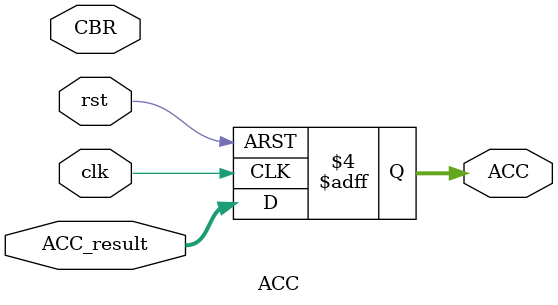
<source format=v>
`timescale 1ns / 1ps


module ACC(
input clk,
input rst,
input [15:0] ACC_result,
input [21:0] CBR,
output reg [15:0] ACC
    );
        
        initial begin
            ACC <=0;
        end
        
        always@(posedge clk or negedge rst)
        begin
            if(~rst)    
            begin
                ACC <=0;
            end
            else 
            begin
                ACC[15:0] <= ACC_result[15:0];
            end
        end
endmodule

</source>
